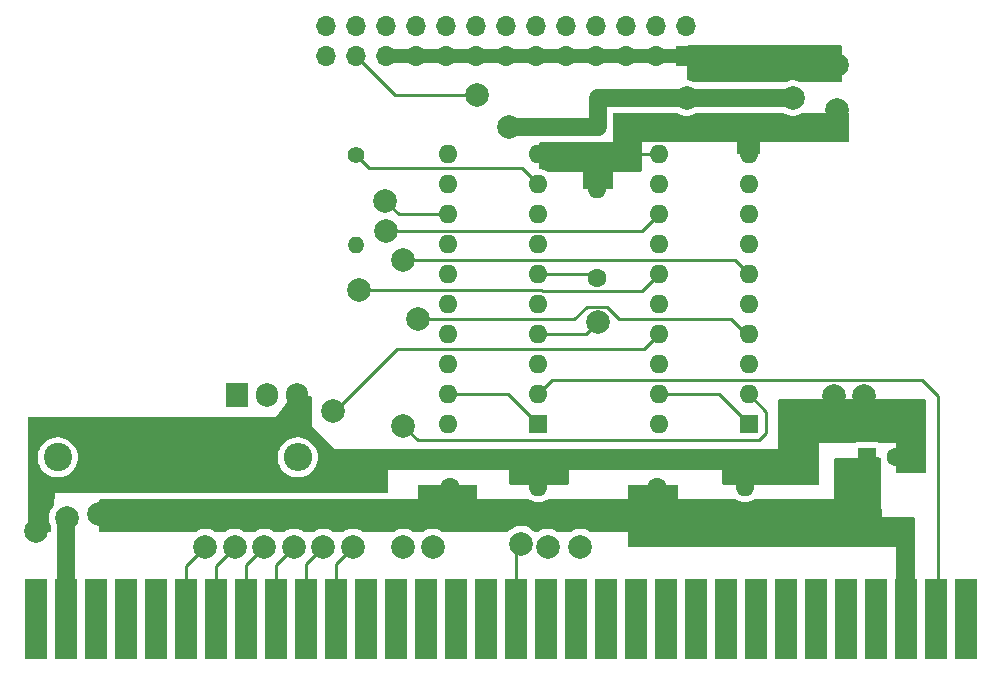
<source format=gbr>
%TF.GenerationSoftware,KiCad,Pcbnew,7.0.5*%
%TF.CreationDate,2023-10-29T18:10:31+11:00*%
%TF.ProjectId,Sega DS-16,53656761-2044-4532-9d31-362e6b696361,rev?*%
%TF.SameCoordinates,Original*%
%TF.FileFunction,Copper,L1,Top*%
%TF.FilePolarity,Positive*%
%FSLAX46Y46*%
G04 Gerber Fmt 4.6, Leading zero omitted, Abs format (unit mm)*
G04 Created by KiCad (PCBNEW 7.0.5) date 2023-10-29 18:10:31*
%MOMM*%
%LPD*%
G01*
G04 APERTURE LIST*
%TA.AperFunction,ComponentPad*%
%ADD10C,1.600000*%
%TD*%
%TA.AperFunction,ComponentPad*%
%ADD11O,1.600000X1.600000*%
%TD*%
%TA.AperFunction,ComponentPad*%
%ADD12R,1.600000X1.600000*%
%TD*%
%TA.AperFunction,ComponentPad*%
%ADD13C,2.400000*%
%TD*%
%TA.AperFunction,ComponentPad*%
%ADD14O,2.400000X2.400000*%
%TD*%
%TA.AperFunction,SMDPad,CuDef*%
%ADD15R,1.905000X6.858000*%
%TD*%
%TA.AperFunction,ComponentPad*%
%ADD16C,1.400000*%
%TD*%
%TA.AperFunction,ComponentPad*%
%ADD17O,1.400000X1.400000*%
%TD*%
%TA.AperFunction,ComponentPad*%
%ADD18R,1.905000X2.000000*%
%TD*%
%TA.AperFunction,ComponentPad*%
%ADD19O,1.905000X2.000000*%
%TD*%
%TA.AperFunction,ComponentPad*%
%ADD20R,1.700000X1.700000*%
%TD*%
%TA.AperFunction,ComponentPad*%
%ADD21O,1.700000X1.700000*%
%TD*%
%TA.AperFunction,ViaPad*%
%ADD22C,2.000000*%
%TD*%
%TA.AperFunction,Conductor*%
%ADD23C,1.500000*%
%TD*%
%TA.AperFunction,Conductor*%
%ADD24C,0.250000*%
%TD*%
G04 APERTURE END LIST*
D10*
%TO.P,C4,1*%
%TO.N,+5V*%
X141200000Y-119195000D03*
D11*
%TO.P,C4,2*%
%TO.N,GND*%
X148700000Y-119195000D03*
%TD*%
D12*
%TO.P,IC1,1,1OE*%
%TO.N,GND*%
X166500000Y-113895000D03*
D11*
%TO.P,IC1,2,1A0*%
%TO.N,/A23*%
X166500000Y-111355000D03*
%TO.P,IC1,3,2Y0*%
%TO.N,/A2Y0*%
X166500000Y-108815000D03*
%TO.P,IC1,4,1A1*%
%TO.N,/A22*%
X166500000Y-106275000D03*
%TO.P,IC1,5,2Y1*%
%TO.N,/A2Y1*%
X166500000Y-103735000D03*
%TO.P,IC1,6,1A2*%
%TO.N,/A21*%
X166500000Y-101195000D03*
%TO.P,IC1,7,2Y2*%
%TO.N,/A2Y2*%
X166500000Y-98655000D03*
%TO.P,IC1,8,1A3*%
%TO.N,GND*%
X166500000Y-96115000D03*
%TO.P,IC1,9,2Y3*%
%TO.N,unconnected-(IC1-2Y3-Pad9)*%
X166500000Y-93575000D03*
%TO.P,IC1,10,GND*%
%TO.N,GND*%
X166500000Y-91035000D03*
%TO.P,IC1,11,2A3*%
X158880000Y-91035000D03*
%TO.P,IC1,12,1Y3*%
%TO.N,unconnected-(IC1-1Y3-Pad12)*%
X158880000Y-93575000D03*
%TO.P,IC1,13,2A2*%
%TO.N,/A20*%
X158880000Y-96115000D03*
%TO.P,IC1,14,1Y2*%
%TO.N,/A1Y2*%
X158880000Y-98655000D03*
%TO.P,IC1,15,2A1*%
%TO.N,/A19*%
X158880000Y-101195000D03*
%TO.P,IC1,16,1Y1*%
%TO.N,/A1Y1*%
X158880000Y-103735000D03*
%TO.P,IC1,17,2A0*%
%TO.N,/A18*%
X158880000Y-106275000D03*
%TO.P,IC1,18,1Y0*%
%TO.N,/A1Y0*%
X158880000Y-108815000D03*
%TO.P,IC1,19,2OE*%
%TO.N,GND*%
X158880000Y-111355000D03*
%TO.P,IC1,20,VCC*%
%TO.N,+5V*%
X158880000Y-113895000D03*
%TD*%
D13*
%TO.P,R2,1*%
%TO.N,/~{MRES}*%
X108000000Y-116695000D03*
D14*
%TO.P,R2,2*%
%TO.N,Net-(TR1-C)*%
X128320000Y-116695000D03*
%TD*%
D15*
%TO.P,J1,B1,Pin_b1*%
%TO.N,/AUL*%
X106143000Y-130413000D03*
%TO.P,J1,B2,Pin_b2*%
%TO.N,/~{MRES}*%
X108683000Y-130413000D03*
%TO.P,J1,B3,Pin_b3*%
%TO.N,/AUR*%
X111223000Y-130413000D03*
%TO.P,J1,B4,Pin_b4*%
%TO.N,/A9*%
X113763000Y-130413000D03*
%TO.P,J1,B5,Pin_b5*%
%TO.N,/A10*%
X116303000Y-130413000D03*
%TO.P,J1,B6,Pin_b6*%
%TO.N,/A18*%
X118843000Y-130413000D03*
%TO.P,J1,B7,Pin_b7*%
%TO.N,/A19*%
X121383000Y-130413000D03*
%TO.P,J1,B8,Pin_b8*%
%TO.N,/A20*%
X123923000Y-130413000D03*
%TO.P,J1,B9,Pin_b9*%
%TO.N,/A21*%
X126463000Y-130413000D03*
%TO.P,J1,B10,Pin_b10*%
%TO.N,/A22*%
X129003000Y-130413000D03*
%TO.P,J1,B11,Pin_b11*%
%TO.N,/A23*%
X131543000Y-130413000D03*
%TO.P,J1,B12,Pin_b12*%
%TO.N,/~{YS}*%
X134083000Y-130413000D03*
%TO.P,J1,B13,Pin_b13*%
%TO.N,/~{VSYNC}*%
X136623000Y-130413000D03*
%TO.P,J1,B14,Pin_b14*%
%TO.N,/~{HSYNC}*%
X139163000Y-130413000D03*
%TO.P,J1,B15,Pin_b15*%
%TO.N,/EDCLK*%
X141703000Y-130413000D03*
%TO.P,J1,B16,Pin_b16*%
%TO.N,/~{CAS0}*%
X144243000Y-130413000D03*
%TO.P,J1,B17,Pin_b17*%
%TO.N,/~{CEO}*%
X146783000Y-130413000D03*
%TO.P,J1,B18,Pin_b18*%
%TO.N,/~{AS}*%
X149323000Y-130413000D03*
%TO.P,J1,B19,Pin_b19*%
%TO.N,/VCLK*%
X151863000Y-130413000D03*
%TO.P,J1,B20,Pin_b20*%
%TO.N,/~{DTACK}*%
X154403000Y-130413000D03*
%TO.P,J1,B21,Pin_b21*%
%TO.N,/~{CAS2}*%
X156943000Y-130413000D03*
%TO.P,J1,B22,Pin_b22*%
%TO.N,/D15*%
X159483000Y-130413000D03*
%TO.P,J1,B23,Pin_b23*%
%TO.N,/D14*%
X162023000Y-130413000D03*
%TO.P,J1,B24,Pin_b24*%
%TO.N,/D13*%
X164563000Y-130413000D03*
%TO.P,J1,B25,Pin_b25*%
%TO.N,/D12*%
X167103000Y-130413000D03*
%TO.P,J1,B26,Pin_b26*%
%TO.N,/~{ASEL}*%
X169643000Y-130413000D03*
%TO.P,J1,B27,Pin_b27*%
%TO.N,/~{VRES}*%
X172183000Y-130413000D03*
%TO.P,J1,B28,Pin_b28*%
%TO.N,/~{LWR}*%
X174723000Y-130413000D03*
%TO.P,J1,B29,Pin_b29*%
%TO.N,/~{UWR}*%
X177263000Y-130413000D03*
%TO.P,J1,B30,Pin_b30*%
%TO.N,+5V*%
X179803000Y-130413000D03*
%TO.P,J1,B31,Pin_b31*%
%TO.N,/~{TIME}*%
X182343000Y-130413000D03*
%TO.P,J1,B32,Pin_b32*%
%TO.N,/~{CART}*%
X184883000Y-130413000D03*
%TD*%
D16*
%TO.P,R1,1*%
%TO.N,Net-(IC2-2Y3)*%
X133250000Y-91075000D03*
D17*
%TO.P,R1,2*%
%TO.N,Net-(TR1-B)*%
X133250000Y-98695000D03*
%TD*%
D12*
%TO.P,IC2,1,1OE*%
%TO.N,GND*%
X148700000Y-113895000D03*
D11*
%TO.P,IC2,2,1A0*%
%TO.N,/~{TIME}*%
X148700000Y-111355000D03*
%TO.P,IC2,3,2Y0*%
%TO.N,/B2Y0*%
X148700000Y-108815000D03*
%TO.P,IC2,4,1A1*%
%TO.N,GND*%
X148700000Y-106275000D03*
%TO.P,IC2,5,2Y1*%
%TO.N,/B2Y1*%
X148700000Y-103735000D03*
%TO.P,IC2,6,1A2*%
%TO.N,GND*%
X148700000Y-101195000D03*
%TO.P,IC2,7,2Y2*%
%TO.N,/B2Y2*%
X148700000Y-98655000D03*
%TO.P,IC2,8,1A3*%
%TO.N,/~{CEO}*%
X148700000Y-96115000D03*
%TO.P,IC2,9,2Y3*%
%TO.N,Net-(IC2-2Y3)*%
X148700000Y-93575000D03*
%TO.P,IC2,10,GND*%
%TO.N,GND*%
X148700000Y-91035000D03*
%TO.P,IC2,11,2A3*%
%TO.N,/B2A3*%
X141080000Y-91035000D03*
%TO.P,IC2,12,1Y3*%
%TO.N,/B1Y3*%
X141080000Y-93575000D03*
%TO.P,IC2,13,2A2*%
%TO.N,/~{MRES}*%
X141080000Y-96115000D03*
%TO.P,IC2,14,1Y2*%
%TO.N,/B1Y2*%
X141080000Y-98655000D03*
%TO.P,IC2,15,2A1*%
%TO.N,GND*%
X141080000Y-101195000D03*
%TO.P,IC2,16,1Y1*%
%TO.N,/B1Y1*%
X141080000Y-103735000D03*
%TO.P,IC2,17,2A0*%
%TO.N,GND*%
X141080000Y-106275000D03*
%TO.P,IC2,18,1Y0*%
%TO.N,/B1Y0*%
X141080000Y-108815000D03*
%TO.P,IC2,19,2OE*%
%TO.N,GND*%
X141080000Y-111355000D03*
%TO.P,IC2,20,VCC*%
%TO.N,+5V*%
X141080000Y-113895000D03*
%TD*%
D10*
%TO.P,C2,1*%
%TO.N,GND*%
X153700000Y-101500000D03*
D11*
%TO.P,C2,2*%
X153700000Y-94000000D03*
%TD*%
D12*
%TO.P,C1,1*%
%TO.N,+5V*%
X176517621Y-116695000D03*
D10*
%TO.P,C1,2*%
%TO.N,GND*%
X179017621Y-116695000D03*
%TD*%
D18*
%TO.P,TR1,1,B*%
%TO.N,Net-(TR1-B)*%
X123160000Y-111425000D03*
D19*
%TO.P,TR1,2,C*%
%TO.N,Net-(TR1-C)*%
X125700000Y-111425000D03*
%TO.P,TR1,3,E*%
%TO.N,GND*%
X128240000Y-111425000D03*
%TD*%
D10*
%TO.P,C3,1*%
%TO.N,+5V*%
X158700000Y-119195000D03*
D11*
%TO.P,C3,2*%
%TO.N,GND*%
X166200000Y-119195000D03*
%TD*%
D20*
%TO.P,J2,1,Pin_1*%
%TO.N,GND*%
X161230000Y-82735000D03*
D21*
%TO.P,J2,2,Pin_2*%
%TO.N,/A2Y0*%
X161230000Y-80195000D03*
%TO.P,J2,3,Pin_3*%
%TO.N,GND*%
X158690000Y-82735000D03*
%TO.P,J2,4,Pin_4*%
%TO.N,/A2Y1*%
X158690000Y-80195000D03*
%TO.P,J2,5,Pin_5*%
%TO.N,GND*%
X156150000Y-82735000D03*
%TO.P,J2,6,Pin_6*%
%TO.N,/A2Y2*%
X156150000Y-80195000D03*
%TO.P,J2,7,Pin_7*%
%TO.N,GND*%
X153610000Y-82735000D03*
%TO.P,J2,8,Pin_8*%
%TO.N,/A1Y2*%
X153610000Y-80195000D03*
%TO.P,J2,9,Pin_9*%
%TO.N,GND*%
X151070000Y-82735000D03*
%TO.P,J2,10,Pin_10*%
%TO.N,/A1Y1*%
X151070000Y-80195000D03*
%TO.P,J2,11,Pin_11*%
%TO.N,GND*%
X148530000Y-82735000D03*
%TO.P,J2,12,Pin_12*%
%TO.N,/A1Y0*%
X148530000Y-80195000D03*
%TO.P,J2,13,Pin_13*%
%TO.N,GND*%
X145990000Y-82735000D03*
%TO.P,J2,14,Pin_14*%
%TO.N,/B2Y0*%
X145990000Y-80195000D03*
%TO.P,J2,15,Pin_15*%
%TO.N,GND*%
X143450000Y-82735000D03*
%TO.P,J2,16,Pin_16*%
%TO.N,/B2Y1*%
X143450000Y-80195000D03*
%TO.P,J2,17,Pin_17*%
%TO.N,GND*%
X140910000Y-82735000D03*
%TO.P,J2,18,Pin_18*%
%TO.N,/B1Y3*%
X140910000Y-80195000D03*
%TO.P,J2,19,Pin_19*%
%TO.N,GND*%
X138370000Y-82735000D03*
%TO.P,J2,20,Pin_20*%
%TO.N,/B1Y2*%
X138370000Y-80195000D03*
%TO.P,J2,21,Pin_21*%
%TO.N,GND*%
X135830000Y-82735000D03*
%TO.P,J2,22,Pin_22*%
%TO.N,/B1Y1*%
X135830000Y-80195000D03*
%TO.P,J2,23,Pin_23*%
%TO.N,/B2Y2*%
X133290000Y-82735000D03*
%TO.P,J2,24,Pin_24*%
%TO.N,/B1Y0*%
X133290000Y-80195000D03*
%TO.P,J2,25,Pin_25*%
%TO.N,unconnected-(J2-Pin_25-Pad25)*%
X130750000Y-82735000D03*
%TO.P,J2,26,Pin_26*%
%TO.N,/B2A3*%
X130750000Y-80195000D03*
%TD*%
D22*
%TO.N,+5V*%
X173750000Y-121750000D03*
X146250000Y-88750000D03*
X170250000Y-86250000D03*
X161250000Y-86250000D03*
X111500000Y-121500000D03*
X171250000Y-121750000D03*
X176250000Y-121750000D03*
%TO.N,GND*%
X139750000Y-124250000D03*
X176300000Y-111500000D03*
X149500000Y-124250000D03*
X174000000Y-83500000D03*
X137250000Y-124250000D03*
X152250000Y-124250000D03*
X106134066Y-122958381D03*
X153750000Y-105250000D03*
X174000000Y-87250000D03*
X173750000Y-111500000D03*
%TO.N,/A23*%
X137250000Y-114000000D03*
X133000000Y-124250000D03*
%TO.N,/A22*%
X130500000Y-124250000D03*
X138500000Y-105000000D03*
%TO.N,/A21*%
X128000000Y-124250000D03*
X137250000Y-100000000D03*
%TO.N,/A20*%
X135824500Y-97500000D03*
X125500000Y-124250000D03*
%TO.N,/A19*%
X123000000Y-124250000D03*
X133500000Y-102500000D03*
%TO.N,/A18*%
X131324500Y-112750000D03*
X120500000Y-124250000D03*
%TO.N,/B2Y2*%
X143500000Y-86000000D03*
%TO.N,/~{CEO}*%
X147250000Y-124000000D03*
%TO.N,/~{MRES}*%
X108781571Y-121815455D03*
X135750000Y-95000000D03*
%TD*%
D23*
%TO.N,+5V*%
X153750000Y-88750000D02*
X153750000Y-86250000D01*
X146250000Y-88750000D02*
X153750000Y-88750000D01*
X153750000Y-86250000D02*
X161250000Y-86250000D01*
X161250000Y-86250000D02*
X170250000Y-86250000D01*
D24*
%TO.N,GND*%
X141080000Y-111355000D02*
X146160000Y-111355000D01*
X153395000Y-101195000D02*
X153700000Y-101500000D01*
X158880000Y-111355000D02*
X163960000Y-111355000D01*
X148700000Y-106275000D02*
X152725000Y-106275000D01*
X148700000Y-101195000D02*
X153395000Y-101195000D01*
X158880000Y-91035000D02*
X157035000Y-91035000D01*
X146160000Y-111355000D02*
X148700000Y-113895000D01*
X163960000Y-111355000D02*
X166500000Y-113895000D01*
X152725000Y-106275000D02*
X153750000Y-105250000D01*
%TO.N,/A23*%
X168000000Y-114645000D02*
X167395000Y-115250000D01*
X168000000Y-112855000D02*
X168000000Y-114645000D01*
X131543000Y-130413000D02*
X131543000Y-125707000D01*
X166500000Y-111355000D02*
X168000000Y-112855000D01*
X131543000Y-125707000D02*
X133000000Y-124250000D01*
X167395000Y-115250000D02*
X138500000Y-115250000D01*
X138500000Y-115250000D02*
X137250000Y-114000000D01*
%TO.N,/A22*%
X166500000Y-106500000D02*
X165000000Y-105000000D01*
X129003000Y-125747000D02*
X130500000Y-124250000D01*
X155561917Y-105000000D02*
X154486917Y-103925000D01*
X151750000Y-105000000D02*
X138500000Y-105000000D01*
X152825000Y-103925000D02*
X151750000Y-105000000D01*
X165000000Y-105000000D02*
X155561917Y-105000000D01*
X129003000Y-130413000D02*
X129003000Y-125747000D01*
X154486917Y-103925000D02*
X152825000Y-103925000D01*
%TO.N,/A21*%
X126463000Y-125787000D02*
X128000000Y-124250000D01*
X165305000Y-100000000D02*
X137250000Y-100000000D01*
X166500000Y-101195000D02*
X165305000Y-100000000D01*
X126463000Y-130413000D02*
X126463000Y-125787000D01*
%TO.N,/A20*%
X123923000Y-130413000D02*
X123923000Y-125827000D01*
X135824500Y-97500000D02*
X135854500Y-97530000D01*
X123923000Y-125827000D02*
X125500000Y-124250000D01*
X135854500Y-97530000D02*
X157465000Y-97530000D01*
X157465000Y-97530000D02*
X158880000Y-96115000D01*
%TO.N,/A19*%
X121383000Y-125867000D02*
X123000000Y-124250000D01*
X149055000Y-102625000D02*
X148930000Y-102500000D01*
X158880000Y-101195000D02*
X157450000Y-102625000D01*
X121383000Y-130413000D02*
X121383000Y-125867000D01*
X148930000Y-102500000D02*
X133500000Y-102500000D01*
X157450000Y-102625000D02*
X149055000Y-102625000D01*
%TO.N,/A18*%
X118843000Y-125907000D02*
X120500000Y-124250000D01*
X136750000Y-107500000D02*
X157655000Y-107500000D01*
X118843000Y-130413000D02*
X118843000Y-125907000D01*
X131500000Y-112750000D02*
X136750000Y-107500000D01*
X131324500Y-112750000D02*
X131500000Y-112750000D01*
X157655000Y-107500000D02*
X158880000Y-106275000D01*
%TO.N,/~{TIME}*%
X182500000Y-130256000D02*
X182500000Y-111500000D01*
X149890000Y-110165000D02*
X148700000Y-111355000D01*
X181165000Y-110165000D02*
X149890000Y-110165000D01*
X182500000Y-111500000D02*
X181165000Y-110165000D01*
X182343000Y-130413000D02*
X182500000Y-130256000D01*
%TO.N,/B2Y2*%
X136555000Y-86000000D02*
X133290000Y-82735000D01*
X143500000Y-86000000D02*
X136555000Y-86000000D01*
%TO.N,/~{CEO}*%
X146783000Y-130413000D02*
X146783000Y-124517500D01*
X147250000Y-124050500D02*
X147250000Y-124000000D01*
X146783000Y-124517500D02*
X147250000Y-124050500D01*
%TO.N,Net-(IC2-2Y3)*%
X134335000Y-92160000D02*
X147285000Y-92160000D01*
X133250000Y-91075000D02*
X134335000Y-92160000D01*
X147285000Y-92160000D02*
X148700000Y-93575000D01*
%TO.N,/~{MRES}*%
X135750000Y-95000000D02*
X136865000Y-96115000D01*
D23*
X108683000Y-130413000D02*
X108683000Y-121914026D01*
X108683000Y-121914026D02*
X108781571Y-121815455D01*
D24*
X136865000Y-96115000D02*
X141080000Y-96115000D01*
%TD*%
%TA.AperFunction,Conductor*%
%TO.N,GND*%
G36*
X174943039Y-87519685D02*
G01*
X174988794Y-87572489D01*
X175000000Y-87624000D01*
X175000000Y-89876000D01*
X174980315Y-89943039D01*
X174927511Y-89988794D01*
X174876000Y-90000000D01*
X167500000Y-90000000D01*
X167500000Y-90876000D01*
X167480315Y-90943039D01*
X167427511Y-90988794D01*
X167376000Y-91000000D01*
X165624000Y-91000000D01*
X165556961Y-90980315D01*
X165511206Y-90927511D01*
X165500000Y-90876000D01*
X165500000Y-90000000D01*
X157500000Y-90000000D01*
X157500000Y-92376000D01*
X157480315Y-92443039D01*
X157427511Y-92488794D01*
X157376000Y-92500000D01*
X155000000Y-92500000D01*
X155000000Y-93876000D01*
X154980315Y-93943039D01*
X154927511Y-93988794D01*
X154876000Y-94000000D01*
X152624000Y-94000000D01*
X152556961Y-93980315D01*
X152511206Y-93927511D01*
X152500000Y-93876000D01*
X152500000Y-92500000D01*
X149471190Y-92500000D01*
X149404151Y-92480315D01*
X149400079Y-92477583D01*
X149352734Y-92444432D01*
X149349747Y-92443039D01*
X149146497Y-92348261D01*
X149146488Y-92348258D01*
X148926697Y-92289366D01*
X148926687Y-92289364D01*
X148863192Y-92283809D01*
X148798123Y-92258356D01*
X148757145Y-92201765D01*
X148750000Y-92160281D01*
X148750000Y-90124500D01*
X148769685Y-90057461D01*
X148822489Y-90011706D01*
X148874000Y-90000500D01*
X153720552Y-90000500D01*
X153723308Y-90000561D01*
X153806330Y-90004290D01*
X153823583Y-90001952D01*
X153833855Y-90000562D01*
X153842186Y-90000000D01*
X155000000Y-90000000D01*
X155000000Y-88870888D01*
X155000250Y-88865326D01*
X155000500Y-88862546D01*
X155000500Y-88779447D01*
X155000561Y-88776692D01*
X155004290Y-88693670D01*
X155001062Y-88669836D01*
X155000500Y-88661505D01*
X155000500Y-87624500D01*
X155020185Y-87557461D01*
X155072989Y-87511706D01*
X155124500Y-87500500D01*
X160376659Y-87500500D01*
X160435676Y-87515445D01*
X160443511Y-87519685D01*
X160645190Y-87628828D01*
X160880386Y-87709571D01*
X161125665Y-87750500D01*
X161374335Y-87750500D01*
X161619614Y-87709571D01*
X161854810Y-87628828D01*
X162056489Y-87519685D01*
X162064324Y-87515445D01*
X162123341Y-87500500D01*
X169376659Y-87500500D01*
X169435676Y-87515445D01*
X169443511Y-87519685D01*
X169645190Y-87628828D01*
X169880386Y-87709571D01*
X170125665Y-87750500D01*
X170374335Y-87750500D01*
X170619614Y-87709571D01*
X170854810Y-87628828D01*
X171056489Y-87519685D01*
X171065248Y-87514945D01*
X171124265Y-87500000D01*
X174876000Y-87500000D01*
X174943039Y-87519685D01*
G37*
%TD.AperFunction*%
%TD*%
%TA.AperFunction,Conductor*%
%TO.N,+5V*%
G36*
X177642818Y-116715482D02*
G01*
X177689303Y-116767644D01*
X177701231Y-116819495D01*
X177735911Y-120325567D01*
X177750000Y-121750000D01*
X180466000Y-121750000D01*
X180533039Y-121769685D01*
X180578794Y-121822489D01*
X180590000Y-121874000D01*
X180590000Y-127376000D01*
X180570315Y-127443039D01*
X180517511Y-127488794D01*
X180466000Y-127500000D01*
X179124000Y-127500000D01*
X179056961Y-127480315D01*
X179011206Y-127427511D01*
X179000000Y-127376000D01*
X179000000Y-124250000D01*
X156374000Y-124250000D01*
X156306961Y-124230315D01*
X156261206Y-124177511D01*
X156250000Y-124126000D01*
X156250000Y-123000000D01*
X153124265Y-123000000D01*
X153065248Y-122985055D01*
X152854816Y-122871175D01*
X152854813Y-122871174D01*
X152854810Y-122871172D01*
X152854804Y-122871170D01*
X152854802Y-122871169D01*
X152619616Y-122790429D01*
X152374335Y-122749500D01*
X152125665Y-122749500D01*
X151880383Y-122790429D01*
X151645197Y-122871169D01*
X151645183Y-122871175D01*
X151434752Y-122985055D01*
X151375735Y-123000000D01*
X150374265Y-123000000D01*
X150315248Y-122985055D01*
X150104816Y-122871175D01*
X150104813Y-122871174D01*
X150104810Y-122871172D01*
X150104804Y-122871170D01*
X150104802Y-122871169D01*
X149869616Y-122790429D01*
X149624335Y-122749500D01*
X149375665Y-122749500D01*
X149130383Y-122790429D01*
X148895197Y-122871169D01*
X148895183Y-122871175D01*
X148684752Y-122985055D01*
X148625735Y-123000000D01*
X148423315Y-123000000D01*
X148356276Y-122980315D01*
X148332087Y-122959984D01*
X148269744Y-122892262D01*
X148073509Y-122739526D01*
X148073507Y-122739525D01*
X148073506Y-122739524D01*
X147854811Y-122621172D01*
X147854802Y-122621169D01*
X147619616Y-122540429D01*
X147374335Y-122499500D01*
X147125665Y-122499500D01*
X146880383Y-122540429D01*
X146645197Y-122621169D01*
X146645188Y-122621172D01*
X146426493Y-122739524D01*
X146251149Y-122876000D01*
X146230256Y-122892262D01*
X146167913Y-122959983D01*
X146108028Y-122995973D01*
X146076685Y-123000000D01*
X140624265Y-123000000D01*
X140565248Y-122985055D01*
X140354816Y-122871175D01*
X140354813Y-122871174D01*
X140354810Y-122871172D01*
X140354804Y-122871170D01*
X140354802Y-122871169D01*
X140119616Y-122790429D01*
X139874335Y-122749500D01*
X139625665Y-122749500D01*
X139380383Y-122790429D01*
X139145197Y-122871169D01*
X139145183Y-122871175D01*
X138934752Y-122985055D01*
X138875735Y-123000000D01*
X138124265Y-123000000D01*
X138065248Y-122985055D01*
X137854816Y-122871175D01*
X137854813Y-122871174D01*
X137854810Y-122871172D01*
X137854804Y-122871170D01*
X137854802Y-122871169D01*
X137619616Y-122790429D01*
X137374335Y-122749500D01*
X137125665Y-122749500D01*
X136880383Y-122790429D01*
X136645197Y-122871169D01*
X136645183Y-122871175D01*
X136434752Y-122985055D01*
X136375735Y-123000000D01*
X133874265Y-123000000D01*
X133815248Y-122985055D01*
X133604816Y-122871175D01*
X133604813Y-122871174D01*
X133604810Y-122871172D01*
X133604804Y-122871170D01*
X133604802Y-122871169D01*
X133369616Y-122790429D01*
X133124335Y-122749500D01*
X132875665Y-122749500D01*
X132630383Y-122790429D01*
X132395197Y-122871169D01*
X132395183Y-122871175D01*
X132184752Y-122985055D01*
X132125735Y-123000000D01*
X131374265Y-123000000D01*
X131315248Y-122985055D01*
X131104816Y-122871175D01*
X131104813Y-122871174D01*
X131104810Y-122871172D01*
X131104804Y-122871170D01*
X131104802Y-122871169D01*
X130869616Y-122790429D01*
X130624335Y-122749500D01*
X130375665Y-122749500D01*
X130130383Y-122790429D01*
X129895197Y-122871169D01*
X129895183Y-122871175D01*
X129684752Y-122985055D01*
X129625735Y-123000000D01*
X128874265Y-123000000D01*
X128815248Y-122985055D01*
X128604816Y-122871175D01*
X128604813Y-122871174D01*
X128604810Y-122871172D01*
X128604804Y-122871170D01*
X128604802Y-122871169D01*
X128369616Y-122790429D01*
X128124335Y-122749500D01*
X127875665Y-122749500D01*
X127630383Y-122790429D01*
X127395197Y-122871169D01*
X127395183Y-122871175D01*
X127184752Y-122985055D01*
X127125735Y-123000000D01*
X126374265Y-123000000D01*
X126315248Y-122985055D01*
X126104816Y-122871175D01*
X126104813Y-122871174D01*
X126104810Y-122871172D01*
X126104804Y-122871170D01*
X126104802Y-122871169D01*
X125869616Y-122790429D01*
X125624335Y-122749500D01*
X125375665Y-122749500D01*
X125130383Y-122790429D01*
X124895197Y-122871169D01*
X124895183Y-122871175D01*
X124684752Y-122985055D01*
X124625735Y-123000000D01*
X123874265Y-123000000D01*
X123815248Y-122985055D01*
X123604816Y-122871175D01*
X123604813Y-122871174D01*
X123604810Y-122871172D01*
X123604804Y-122871170D01*
X123604802Y-122871169D01*
X123369616Y-122790429D01*
X123124335Y-122749500D01*
X122875665Y-122749500D01*
X122630383Y-122790429D01*
X122395197Y-122871169D01*
X122395183Y-122871175D01*
X122184752Y-122985055D01*
X122125735Y-123000000D01*
X121374265Y-123000000D01*
X121315248Y-122985055D01*
X121104816Y-122871175D01*
X121104813Y-122871174D01*
X121104810Y-122871172D01*
X121104804Y-122871170D01*
X121104802Y-122871169D01*
X120869616Y-122790429D01*
X120624335Y-122749500D01*
X120375665Y-122749500D01*
X120130383Y-122790429D01*
X119895197Y-122871169D01*
X119895183Y-122871175D01*
X119684752Y-122985055D01*
X119625735Y-123000000D01*
X111624000Y-123000000D01*
X111556961Y-122980315D01*
X111511206Y-122927511D01*
X111500000Y-122876000D01*
X111500000Y-120374000D01*
X111519685Y-120306961D01*
X111572489Y-120261206D01*
X111624000Y-120250000D01*
X138500000Y-120250000D01*
X138500000Y-119124000D01*
X138519685Y-119056961D01*
X138572489Y-119011206D01*
X138624000Y-119000000D01*
X143376000Y-119000000D01*
X143443039Y-119019685D01*
X143488794Y-119072489D01*
X143500000Y-119124000D01*
X143500000Y-120250000D01*
X147900247Y-120250000D01*
X147967286Y-120269685D01*
X147971351Y-120272412D01*
X148047266Y-120325568D01*
X148253504Y-120421739D01*
X148473308Y-120480635D01*
X148635230Y-120494801D01*
X148699998Y-120500468D01*
X148700000Y-120500468D01*
X148700002Y-120500468D01*
X148756672Y-120495509D01*
X148926692Y-120480635D01*
X149146496Y-120421739D01*
X149352734Y-120325568D01*
X149428631Y-120272424D01*
X149494836Y-120250098D01*
X149499753Y-120250000D01*
X156250000Y-120250000D01*
X156250000Y-119124000D01*
X156269685Y-119056961D01*
X156322489Y-119011206D01*
X156374000Y-119000000D01*
X160376000Y-119000000D01*
X160443039Y-119019685D01*
X160488794Y-119072489D01*
X160500000Y-119124000D01*
X160500000Y-120250000D01*
X165400247Y-120250000D01*
X165467286Y-120269685D01*
X165471351Y-120272412D01*
X165547266Y-120325568D01*
X165753504Y-120421739D01*
X165973308Y-120480635D01*
X166135230Y-120494801D01*
X166199998Y-120500468D01*
X166200000Y-120500468D01*
X166200002Y-120500468D01*
X166256673Y-120495509D01*
X166426692Y-120480635D01*
X166646496Y-120421739D01*
X166852734Y-120325568D01*
X166928631Y-120272424D01*
X166994836Y-120250098D01*
X166999753Y-120250000D01*
X173750000Y-120250000D01*
X173750000Y-116872285D01*
X173769685Y-116805246D01*
X173822489Y-116759491D01*
X173872271Y-116748297D01*
X177575512Y-116696733D01*
X177642818Y-116715482D01*
G37*
%TD.AperFunction*%
%TD*%
%TA.AperFunction,Conductor*%
%TO.N,GND*%
G36*
X174343039Y-81819685D02*
G01*
X174388794Y-81872489D01*
X174400000Y-81924000D01*
X174400000Y-84776000D01*
X174380315Y-84843039D01*
X174327511Y-84888794D01*
X174276000Y-84900000D01*
X170939481Y-84900000D01*
X170880464Y-84885055D01*
X170854810Y-84871172D01*
X170854802Y-84871169D01*
X170619616Y-84790429D01*
X170374335Y-84749500D01*
X170125665Y-84749500D01*
X169880383Y-84790429D01*
X169645197Y-84871169D01*
X169645189Y-84871172D01*
X169628453Y-84880229D01*
X169619535Y-84885055D01*
X169560519Y-84900000D01*
X161939481Y-84900000D01*
X161880464Y-84885055D01*
X161854810Y-84871172D01*
X161854802Y-84871169D01*
X161619617Y-84790429D01*
X161403590Y-84754381D01*
X161340705Y-84723930D01*
X161304266Y-84664316D01*
X161300000Y-84632072D01*
X161300000Y-83300000D01*
X136024000Y-83300000D01*
X135956961Y-83280315D01*
X135911206Y-83227511D01*
X135900000Y-83176000D01*
X135900000Y-82224000D01*
X135919685Y-82156961D01*
X135972489Y-82111206D01*
X136024000Y-82100000D01*
X161300000Y-82100000D01*
X161300000Y-81924000D01*
X161319685Y-81856961D01*
X161372489Y-81811206D01*
X161424000Y-81800000D01*
X174276000Y-81800000D01*
X174343039Y-81819685D01*
G37*
%TD.AperFunction*%
%TD*%
%TA.AperFunction,Conductor*%
%TO.N,GND*%
G36*
X129443039Y-111519685D02*
G01*
X129488794Y-111572489D01*
X129500000Y-111624000D01*
X129500000Y-114000000D01*
X131500000Y-116000000D01*
X169000000Y-116000000D01*
X169000000Y-111874000D01*
X169019685Y-111806961D01*
X169072489Y-111761206D01*
X169124000Y-111750000D01*
X181376000Y-111750000D01*
X181443039Y-111769685D01*
X181488794Y-111822489D01*
X181500000Y-111874000D01*
X181500000Y-117876000D01*
X181480315Y-117943039D01*
X181427511Y-117988794D01*
X181376000Y-118000000D01*
X179124000Y-118000000D01*
X179056961Y-117980315D01*
X179011206Y-117927511D01*
X179000000Y-117876000D01*
X179000000Y-115500000D01*
X177666407Y-115500000D01*
X177599368Y-115480315D01*
X177592096Y-115475267D01*
X177591562Y-115474867D01*
X177559952Y-115451204D01*
X177559950Y-115451203D01*
X177559949Y-115451202D01*
X177425103Y-115400908D01*
X177425104Y-115400908D01*
X177365504Y-115394501D01*
X177365502Y-115394500D01*
X177365494Y-115394500D01*
X177365485Y-115394500D01*
X175669750Y-115394500D01*
X175669744Y-115394501D01*
X175610137Y-115400908D01*
X175475292Y-115451202D01*
X175475290Y-115451204D01*
X175443146Y-115475267D01*
X175377682Y-115499684D01*
X175368835Y-115500000D01*
X172500000Y-115500000D01*
X172500000Y-118876000D01*
X172480315Y-118943039D01*
X172427511Y-118988794D01*
X172376000Y-119000000D01*
X164374000Y-119000000D01*
X164306961Y-118980315D01*
X164261206Y-118927511D01*
X164250000Y-118876000D01*
X164250000Y-117750000D01*
X151250000Y-117750000D01*
X151250000Y-118876000D01*
X151230315Y-118943039D01*
X151177511Y-118988794D01*
X151126000Y-119000000D01*
X146374000Y-119000000D01*
X146306961Y-118980315D01*
X146261206Y-118927511D01*
X146250000Y-118876000D01*
X146250000Y-117750000D01*
X136000000Y-117750000D01*
X136000000Y-119626000D01*
X135980315Y-119693039D01*
X135927511Y-119738794D01*
X135876000Y-119750000D01*
X107749999Y-119750000D01*
X107671829Y-120766208D01*
X107647060Y-120831541D01*
X107639425Y-120840680D01*
X107593405Y-120890672D01*
X107457397Y-121098848D01*
X107357507Y-121326573D01*
X107296463Y-121567630D01*
X107296461Y-121567642D01*
X107275928Y-121815449D01*
X107275928Y-121815460D01*
X107296461Y-122063267D01*
X107296463Y-122063279D01*
X107357507Y-122304336D01*
X107422056Y-122451490D01*
X107432500Y-122501300D01*
X107432500Y-122876000D01*
X107412815Y-122943039D01*
X107360011Y-122988794D01*
X107308500Y-123000000D01*
X105624000Y-123000000D01*
X105556961Y-122980315D01*
X105511206Y-122927511D01*
X105500000Y-122876000D01*
X105500000Y-116695004D01*
X106294732Y-116695004D01*
X106313777Y-116949154D01*
X106313778Y-116949157D01*
X106370492Y-117197637D01*
X106463607Y-117434888D01*
X106591041Y-117655612D01*
X106749950Y-117854877D01*
X106936783Y-118028232D01*
X107147366Y-118171805D01*
X107147371Y-118171807D01*
X107147372Y-118171808D01*
X107147373Y-118171809D01*
X107195433Y-118194953D01*
X107376992Y-118282387D01*
X107376993Y-118282387D01*
X107376996Y-118282389D01*
X107620542Y-118357513D01*
X107872565Y-118395500D01*
X108127435Y-118395500D01*
X108379458Y-118357513D01*
X108623004Y-118282389D01*
X108852634Y-118171805D01*
X109063217Y-118028232D01*
X109250050Y-117854877D01*
X109408959Y-117655612D01*
X109536393Y-117434888D01*
X109629508Y-117197637D01*
X109686222Y-116949157D01*
X109705268Y-116695004D01*
X126614732Y-116695004D01*
X126633777Y-116949154D01*
X126633778Y-116949157D01*
X126690492Y-117197637D01*
X126783607Y-117434888D01*
X126911041Y-117655612D01*
X127069950Y-117854877D01*
X127256783Y-118028232D01*
X127467366Y-118171805D01*
X127467371Y-118171807D01*
X127467372Y-118171808D01*
X127467373Y-118171809D01*
X127515433Y-118194953D01*
X127696992Y-118282387D01*
X127696993Y-118282387D01*
X127696996Y-118282389D01*
X127940542Y-118357513D01*
X128192565Y-118395500D01*
X128447435Y-118395500D01*
X128699458Y-118357513D01*
X128943004Y-118282389D01*
X129172634Y-118171805D01*
X129383217Y-118028232D01*
X129570050Y-117854877D01*
X129728959Y-117655612D01*
X129856393Y-117434888D01*
X129949508Y-117197637D01*
X130006222Y-116949157D01*
X130025268Y-116695000D01*
X130006222Y-116440843D01*
X129949508Y-116192363D01*
X129856393Y-115955112D01*
X129728959Y-115734388D01*
X129570050Y-115535123D01*
X129383217Y-115361768D01*
X129172634Y-115218195D01*
X129172630Y-115218193D01*
X129172627Y-115218191D01*
X129172626Y-115218190D01*
X128943006Y-115107612D01*
X128943008Y-115107612D01*
X128699466Y-115032489D01*
X128699462Y-115032488D01*
X128699458Y-115032487D01*
X128578231Y-115014214D01*
X128447440Y-114994500D01*
X128447435Y-114994500D01*
X128192565Y-114994500D01*
X128192559Y-114994500D01*
X128052697Y-115015582D01*
X127940542Y-115032487D01*
X127940538Y-115032488D01*
X127940539Y-115032488D01*
X127940533Y-115032489D01*
X127696992Y-115107612D01*
X127467373Y-115218190D01*
X127467372Y-115218191D01*
X127256782Y-115361768D01*
X127069952Y-115535121D01*
X127069950Y-115535123D01*
X126911041Y-115734388D01*
X126783608Y-115955109D01*
X126690492Y-116192362D01*
X126690490Y-116192369D01*
X126633777Y-116440845D01*
X126614732Y-116694995D01*
X126614732Y-116695004D01*
X109705268Y-116695004D01*
X109705268Y-116695000D01*
X109686222Y-116440843D01*
X109629508Y-116192363D01*
X109536393Y-115955112D01*
X109408959Y-115734388D01*
X109250050Y-115535123D01*
X109063217Y-115361768D01*
X108852634Y-115218195D01*
X108852630Y-115218193D01*
X108852627Y-115218191D01*
X108852626Y-115218190D01*
X108623006Y-115107612D01*
X108623008Y-115107612D01*
X108379466Y-115032489D01*
X108379462Y-115032488D01*
X108379458Y-115032487D01*
X108258231Y-115014214D01*
X108127440Y-114994500D01*
X108127435Y-114994500D01*
X107872565Y-114994500D01*
X107872559Y-114994500D01*
X107732697Y-115015582D01*
X107620542Y-115032487D01*
X107620538Y-115032488D01*
X107620539Y-115032488D01*
X107620533Y-115032489D01*
X107376992Y-115107612D01*
X107147373Y-115218190D01*
X107147372Y-115218191D01*
X106936782Y-115361768D01*
X106749952Y-115535121D01*
X106749950Y-115535123D01*
X106591041Y-115734388D01*
X106463608Y-115955109D01*
X106370492Y-116192362D01*
X106370490Y-116192369D01*
X106313777Y-116440845D01*
X106294732Y-116694995D01*
X106294732Y-116695004D01*
X105500000Y-116695004D01*
X105500000Y-113374000D01*
X105519685Y-113306961D01*
X105572489Y-113261206D01*
X105624000Y-113250000D01*
X126500000Y-113250000D01*
X127712910Y-111551926D01*
X127767894Y-111508816D01*
X127813813Y-111500000D01*
X129376000Y-111500000D01*
X129443039Y-111519685D01*
G37*
%TD.AperFunction*%
%TD*%
M02*

</source>
